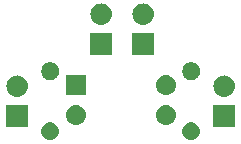
<source format=gbr>
G04 #@! TF.GenerationSoftware,KiCad,Pcbnew,(5.1.4)-1*
G04 #@! TF.CreationDate,2019-10-21T16:34:44-04:00*
G04 #@! TF.ProjectId,relay_ctrl_turbo,72656c61-795f-4637-9472-6c5f74757262,rev?*
G04 #@! TF.SameCoordinates,Original*
G04 #@! TF.FileFunction,Soldermask,Top*
G04 #@! TF.FilePolarity,Negative*
%FSLAX46Y46*%
G04 Gerber Fmt 4.6, Leading zero omitted, Abs format (unit mm)*
G04 Created by KiCad (PCBNEW (5.1.4)-1) date 2019-10-21 16:34:44*
%MOMM*%
%LPD*%
G04 APERTURE LIST*
%ADD10C,0.100000*%
G04 APERTURE END LIST*
D10*
G36*
X164665665Y-49798622D02*
G01*
X164739222Y-49805867D01*
X164880786Y-49848810D01*
X165011252Y-49918546D01*
X165041040Y-49942992D01*
X165125607Y-50012393D01*
X165195008Y-50096960D01*
X165219454Y-50126748D01*
X165289190Y-50257214D01*
X165332133Y-50398778D01*
X165346633Y-50546000D01*
X165332133Y-50693222D01*
X165289190Y-50834786D01*
X165219454Y-50965252D01*
X165195008Y-50995040D01*
X165125607Y-51079607D01*
X165041040Y-51149008D01*
X165011252Y-51173454D01*
X164880786Y-51243190D01*
X164739222Y-51286133D01*
X164665665Y-51293378D01*
X164628888Y-51297000D01*
X164555112Y-51297000D01*
X164518335Y-51293378D01*
X164444778Y-51286133D01*
X164303214Y-51243190D01*
X164172748Y-51173454D01*
X164142960Y-51149008D01*
X164058393Y-51079607D01*
X163988992Y-50995040D01*
X163964546Y-50965252D01*
X163894810Y-50834786D01*
X163851867Y-50693222D01*
X163837367Y-50546000D01*
X163851867Y-50398778D01*
X163894810Y-50257214D01*
X163964546Y-50126748D01*
X163988992Y-50096960D01*
X164058393Y-50012393D01*
X164142960Y-49942992D01*
X164172748Y-49918546D01*
X164303214Y-49848810D01*
X164444778Y-49805867D01*
X164518335Y-49798622D01*
X164555112Y-49795000D01*
X164628888Y-49795000D01*
X164665665Y-49798622D01*
X164665665Y-49798622D01*
G37*
G36*
X152727665Y-49798622D02*
G01*
X152801222Y-49805867D01*
X152942786Y-49848810D01*
X153073252Y-49918546D01*
X153103040Y-49942992D01*
X153187607Y-50012393D01*
X153257008Y-50096960D01*
X153281454Y-50126748D01*
X153351190Y-50257214D01*
X153394133Y-50398778D01*
X153408633Y-50546000D01*
X153394133Y-50693222D01*
X153351190Y-50834786D01*
X153281454Y-50965252D01*
X153257008Y-50995040D01*
X153187607Y-51079607D01*
X153103040Y-51149008D01*
X153073252Y-51173454D01*
X152942786Y-51243190D01*
X152801222Y-51286133D01*
X152727665Y-51293378D01*
X152690888Y-51297000D01*
X152617112Y-51297000D01*
X152580335Y-51293378D01*
X152506778Y-51286133D01*
X152365214Y-51243190D01*
X152234748Y-51173454D01*
X152204960Y-51149008D01*
X152120393Y-51079607D01*
X152050992Y-50995040D01*
X152026546Y-50965252D01*
X151956810Y-50834786D01*
X151913867Y-50693222D01*
X151899367Y-50546000D01*
X151913867Y-50398778D01*
X151956810Y-50257214D01*
X152026546Y-50126748D01*
X152050992Y-50096960D01*
X152120393Y-50012393D01*
X152204960Y-49942992D01*
X152234748Y-49918546D01*
X152365214Y-49848810D01*
X152506778Y-49805867D01*
X152580335Y-49798622D01*
X152617112Y-49795000D01*
X152690888Y-49795000D01*
X152727665Y-49798622D01*
X152727665Y-49798622D01*
G37*
G36*
X150761000Y-50177000D02*
G01*
X148959000Y-50177000D01*
X148959000Y-48375000D01*
X150761000Y-48375000D01*
X150761000Y-50177000D01*
X150761000Y-50177000D01*
G37*
G36*
X168287000Y-50177000D02*
G01*
X166485000Y-50177000D01*
X166485000Y-48375000D01*
X168287000Y-48375000D01*
X168287000Y-50177000D01*
X168287000Y-50177000D01*
G37*
G36*
X162632823Y-48345313D02*
G01*
X162793242Y-48393976D01*
X162925906Y-48464886D01*
X162941078Y-48472996D01*
X163070659Y-48579341D01*
X163177004Y-48708922D01*
X163177005Y-48708924D01*
X163256024Y-48856758D01*
X163304687Y-49017177D01*
X163321117Y-49184000D01*
X163304687Y-49350823D01*
X163256024Y-49511242D01*
X163185114Y-49643906D01*
X163177004Y-49659078D01*
X163070659Y-49788659D01*
X162941078Y-49895004D01*
X162941076Y-49895005D01*
X162793242Y-49974024D01*
X162632823Y-50022687D01*
X162507804Y-50035000D01*
X162424196Y-50035000D01*
X162299177Y-50022687D01*
X162138758Y-49974024D01*
X161990924Y-49895005D01*
X161990922Y-49895004D01*
X161861341Y-49788659D01*
X161754996Y-49659078D01*
X161746886Y-49643906D01*
X161675976Y-49511242D01*
X161627313Y-49350823D01*
X161610883Y-49184000D01*
X161627313Y-49017177D01*
X161675976Y-48856758D01*
X161754995Y-48708924D01*
X161754996Y-48708922D01*
X161861341Y-48579341D01*
X161990922Y-48472996D01*
X162006094Y-48464886D01*
X162138758Y-48393976D01*
X162299177Y-48345313D01*
X162424196Y-48333000D01*
X162507804Y-48333000D01*
X162632823Y-48345313D01*
X162632823Y-48345313D01*
G37*
G36*
X155012823Y-48345313D02*
G01*
X155173242Y-48393976D01*
X155305906Y-48464886D01*
X155321078Y-48472996D01*
X155450659Y-48579341D01*
X155557004Y-48708922D01*
X155557005Y-48708924D01*
X155636024Y-48856758D01*
X155684687Y-49017177D01*
X155701117Y-49184000D01*
X155684687Y-49350823D01*
X155636024Y-49511242D01*
X155565114Y-49643906D01*
X155557004Y-49659078D01*
X155450659Y-49788659D01*
X155321078Y-49895004D01*
X155321076Y-49895005D01*
X155173242Y-49974024D01*
X155012823Y-50022687D01*
X154887804Y-50035000D01*
X154804196Y-50035000D01*
X154679177Y-50022687D01*
X154518758Y-49974024D01*
X154370924Y-49895005D01*
X154370922Y-49895004D01*
X154241341Y-49788659D01*
X154134996Y-49659078D01*
X154126886Y-49643906D01*
X154055976Y-49511242D01*
X154007313Y-49350823D01*
X153990883Y-49184000D01*
X154007313Y-49017177D01*
X154055976Y-48856758D01*
X154134995Y-48708924D01*
X154134996Y-48708922D01*
X154241341Y-48579341D01*
X154370922Y-48472996D01*
X154386094Y-48464886D01*
X154518758Y-48393976D01*
X154679177Y-48345313D01*
X154804196Y-48333000D01*
X154887804Y-48333000D01*
X155012823Y-48345313D01*
X155012823Y-48345313D01*
G37*
G36*
X167496443Y-45841519D02*
G01*
X167562627Y-45848037D01*
X167732466Y-45899557D01*
X167732468Y-45899558D01*
X167810729Y-45941390D01*
X167888991Y-45983222D01*
X167924729Y-46012552D01*
X168026186Y-46095814D01*
X168101955Y-46188140D01*
X168138778Y-46233009D01*
X168222443Y-46389534D01*
X168273963Y-46559373D01*
X168291359Y-46736000D01*
X168273963Y-46912627D01*
X168222443Y-47082466D01*
X168138778Y-47238991D01*
X168109448Y-47274729D01*
X168026186Y-47376186D01*
X167924729Y-47459448D01*
X167888991Y-47488778D01*
X167732466Y-47572443D01*
X167562627Y-47623963D01*
X167496442Y-47630482D01*
X167430260Y-47637000D01*
X167341740Y-47637000D01*
X167275558Y-47630482D01*
X167209373Y-47623963D01*
X167039534Y-47572443D01*
X166883009Y-47488778D01*
X166847271Y-47459448D01*
X166745814Y-47376186D01*
X166662552Y-47274729D01*
X166633222Y-47238991D01*
X166549557Y-47082466D01*
X166498037Y-46912627D01*
X166480641Y-46736000D01*
X166498037Y-46559373D01*
X166549557Y-46389534D01*
X166633222Y-46233009D01*
X166670045Y-46188140D01*
X166745814Y-46095814D01*
X166847271Y-46012552D01*
X166883009Y-45983222D01*
X166961272Y-45941389D01*
X167039532Y-45899558D01*
X167039534Y-45899557D01*
X167209373Y-45848037D01*
X167275558Y-45841518D01*
X167341740Y-45835000D01*
X167430260Y-45835000D01*
X167496443Y-45841519D01*
X167496443Y-45841519D01*
G37*
G36*
X149970443Y-45841519D02*
G01*
X150036627Y-45848037D01*
X150206466Y-45899557D01*
X150206468Y-45899558D01*
X150284729Y-45941390D01*
X150362991Y-45983222D01*
X150398729Y-46012552D01*
X150500186Y-46095814D01*
X150575955Y-46188140D01*
X150612778Y-46233009D01*
X150696443Y-46389534D01*
X150747963Y-46559373D01*
X150765359Y-46736000D01*
X150747963Y-46912627D01*
X150696443Y-47082466D01*
X150612778Y-47238991D01*
X150583448Y-47274729D01*
X150500186Y-47376186D01*
X150398729Y-47459448D01*
X150362991Y-47488778D01*
X150206466Y-47572443D01*
X150036627Y-47623963D01*
X149970442Y-47630482D01*
X149904260Y-47637000D01*
X149815740Y-47637000D01*
X149749558Y-47630482D01*
X149683373Y-47623963D01*
X149513534Y-47572443D01*
X149357009Y-47488778D01*
X149321271Y-47459448D01*
X149219814Y-47376186D01*
X149136552Y-47274729D01*
X149107222Y-47238991D01*
X149023557Y-47082466D01*
X148972037Y-46912627D01*
X148954641Y-46736000D01*
X148972037Y-46559373D01*
X149023557Y-46389534D01*
X149107222Y-46233009D01*
X149144045Y-46188140D01*
X149219814Y-46095814D01*
X149321271Y-46012552D01*
X149357009Y-45983222D01*
X149435272Y-45941389D01*
X149513532Y-45899558D01*
X149513534Y-45899557D01*
X149683373Y-45848037D01*
X149749558Y-45841518D01*
X149815740Y-45835000D01*
X149904260Y-45835000D01*
X149970443Y-45841519D01*
X149970443Y-45841519D01*
G37*
G36*
X155697000Y-47495000D02*
G01*
X153995000Y-47495000D01*
X153995000Y-45793000D01*
X155697000Y-45793000D01*
X155697000Y-47495000D01*
X155697000Y-47495000D01*
G37*
G36*
X162632823Y-45805313D02*
G01*
X162793242Y-45853976D01*
X162925906Y-45924886D01*
X162941078Y-45932996D01*
X163070659Y-46039341D01*
X163177004Y-46168922D01*
X163177005Y-46168924D01*
X163256024Y-46316758D01*
X163304687Y-46477177D01*
X163321117Y-46644000D01*
X163304687Y-46810823D01*
X163256024Y-46971242D01*
X163196573Y-47082466D01*
X163177004Y-47119078D01*
X163070659Y-47248659D01*
X162941078Y-47355004D01*
X162941076Y-47355005D01*
X162793242Y-47434024D01*
X162632823Y-47482687D01*
X162507804Y-47495000D01*
X162424196Y-47495000D01*
X162299177Y-47482687D01*
X162138758Y-47434024D01*
X161990924Y-47355005D01*
X161990922Y-47355004D01*
X161861341Y-47248659D01*
X161754996Y-47119078D01*
X161735427Y-47082466D01*
X161675976Y-46971242D01*
X161627313Y-46810823D01*
X161610883Y-46644000D01*
X161627313Y-46477177D01*
X161675976Y-46316758D01*
X161754995Y-46168924D01*
X161754996Y-46168922D01*
X161861341Y-46039341D01*
X161990922Y-45932996D01*
X162006094Y-45924886D01*
X162138758Y-45853976D01*
X162299177Y-45805313D01*
X162424196Y-45793000D01*
X162507804Y-45793000D01*
X162632823Y-45805313D01*
X162632823Y-45805313D01*
G37*
G36*
X152873059Y-44743860D02*
G01*
X153009732Y-44800472D01*
X153132735Y-44882660D01*
X153237340Y-44987265D01*
X153319528Y-45110268D01*
X153376140Y-45246941D01*
X153405000Y-45392033D01*
X153405000Y-45539967D01*
X153376140Y-45685059D01*
X153319528Y-45821732D01*
X153237340Y-45944735D01*
X153132735Y-46049340D01*
X153009732Y-46131528D01*
X153009731Y-46131529D01*
X153009730Y-46131529D01*
X152873059Y-46188140D01*
X152727968Y-46217000D01*
X152580032Y-46217000D01*
X152434941Y-46188140D01*
X152298270Y-46131529D01*
X152298269Y-46131529D01*
X152298268Y-46131528D01*
X152175265Y-46049340D01*
X152070660Y-45944735D01*
X151988472Y-45821732D01*
X151931860Y-45685059D01*
X151903000Y-45539967D01*
X151903000Y-45392033D01*
X151931860Y-45246941D01*
X151988472Y-45110268D01*
X152070660Y-44987265D01*
X152175265Y-44882660D01*
X152298268Y-44800472D01*
X152434941Y-44743860D01*
X152580032Y-44715000D01*
X152727968Y-44715000D01*
X152873059Y-44743860D01*
X152873059Y-44743860D01*
G37*
G36*
X164811059Y-44743860D02*
G01*
X164947732Y-44800472D01*
X165070735Y-44882660D01*
X165175340Y-44987265D01*
X165257528Y-45110268D01*
X165314140Y-45246941D01*
X165343000Y-45392033D01*
X165343000Y-45539967D01*
X165314140Y-45685059D01*
X165257528Y-45821732D01*
X165175340Y-45944735D01*
X165070735Y-46049340D01*
X164947732Y-46131528D01*
X164947731Y-46131529D01*
X164947730Y-46131529D01*
X164811059Y-46188140D01*
X164665968Y-46217000D01*
X164518032Y-46217000D01*
X164372941Y-46188140D01*
X164236270Y-46131529D01*
X164236269Y-46131529D01*
X164236268Y-46131528D01*
X164113265Y-46049340D01*
X164008660Y-45944735D01*
X163926472Y-45821732D01*
X163869860Y-45685059D01*
X163841000Y-45539967D01*
X163841000Y-45392033D01*
X163869860Y-45246941D01*
X163926472Y-45110268D01*
X164008660Y-44987265D01*
X164113265Y-44882660D01*
X164236268Y-44800472D01*
X164372941Y-44743860D01*
X164518032Y-44715000D01*
X164665968Y-44715000D01*
X164811059Y-44743860D01*
X164811059Y-44743860D01*
G37*
G36*
X157873000Y-44081000D02*
G01*
X156071000Y-44081000D01*
X156071000Y-42279000D01*
X157873000Y-42279000D01*
X157873000Y-44081000D01*
X157873000Y-44081000D01*
G37*
G36*
X161429000Y-44081000D02*
G01*
X159627000Y-44081000D01*
X159627000Y-42279000D01*
X161429000Y-42279000D01*
X161429000Y-44081000D01*
X161429000Y-44081000D01*
G37*
G36*
X160638442Y-39745518D02*
G01*
X160704627Y-39752037D01*
X160874466Y-39803557D01*
X161030991Y-39887222D01*
X161066729Y-39916552D01*
X161168186Y-39999814D01*
X161251448Y-40101271D01*
X161280778Y-40137009D01*
X161364443Y-40293534D01*
X161415963Y-40463373D01*
X161433359Y-40640000D01*
X161415963Y-40816627D01*
X161364443Y-40986466D01*
X161280778Y-41142991D01*
X161251448Y-41178729D01*
X161168186Y-41280186D01*
X161066729Y-41363448D01*
X161030991Y-41392778D01*
X160874466Y-41476443D01*
X160704627Y-41527963D01*
X160638442Y-41534482D01*
X160572260Y-41541000D01*
X160483740Y-41541000D01*
X160417558Y-41534482D01*
X160351373Y-41527963D01*
X160181534Y-41476443D01*
X160025009Y-41392778D01*
X159989271Y-41363448D01*
X159887814Y-41280186D01*
X159804552Y-41178729D01*
X159775222Y-41142991D01*
X159691557Y-40986466D01*
X159640037Y-40816627D01*
X159622641Y-40640000D01*
X159640037Y-40463373D01*
X159691557Y-40293534D01*
X159775222Y-40137009D01*
X159804552Y-40101271D01*
X159887814Y-39999814D01*
X159989271Y-39916552D01*
X160025009Y-39887222D01*
X160181534Y-39803557D01*
X160351373Y-39752037D01*
X160417557Y-39745519D01*
X160483740Y-39739000D01*
X160572260Y-39739000D01*
X160638442Y-39745518D01*
X160638442Y-39745518D01*
G37*
G36*
X157082442Y-39745518D02*
G01*
X157148627Y-39752037D01*
X157318466Y-39803557D01*
X157474991Y-39887222D01*
X157510729Y-39916552D01*
X157612186Y-39999814D01*
X157695448Y-40101271D01*
X157724778Y-40137009D01*
X157808443Y-40293534D01*
X157859963Y-40463373D01*
X157877359Y-40640000D01*
X157859963Y-40816627D01*
X157808443Y-40986466D01*
X157724778Y-41142991D01*
X157695448Y-41178729D01*
X157612186Y-41280186D01*
X157510729Y-41363448D01*
X157474991Y-41392778D01*
X157318466Y-41476443D01*
X157148627Y-41527963D01*
X157082442Y-41534482D01*
X157016260Y-41541000D01*
X156927740Y-41541000D01*
X156861558Y-41534482D01*
X156795373Y-41527963D01*
X156625534Y-41476443D01*
X156469009Y-41392778D01*
X156433271Y-41363448D01*
X156331814Y-41280186D01*
X156248552Y-41178729D01*
X156219222Y-41142991D01*
X156135557Y-40986466D01*
X156084037Y-40816627D01*
X156066641Y-40640000D01*
X156084037Y-40463373D01*
X156135557Y-40293534D01*
X156219222Y-40137009D01*
X156248552Y-40101271D01*
X156331814Y-39999814D01*
X156433271Y-39916552D01*
X156469009Y-39887222D01*
X156625534Y-39803557D01*
X156795373Y-39752037D01*
X156861557Y-39745519D01*
X156927740Y-39739000D01*
X157016260Y-39739000D01*
X157082442Y-39745518D01*
X157082442Y-39745518D01*
G37*
M02*

</source>
